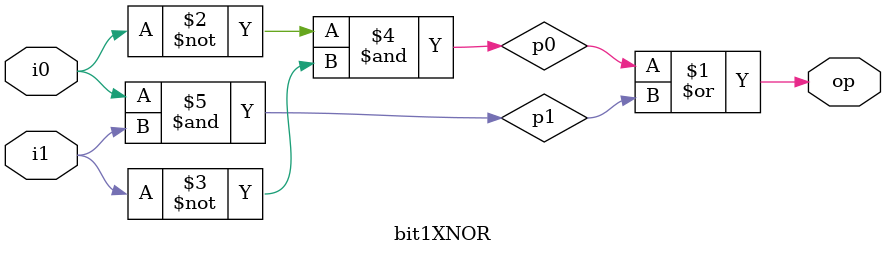
<source format=v>
module bit1XNOR
   // I/O ports
   (
    input wire i0, i1,
    output wire op
   );

   // signal declaration
   wire p0, p1;

   // body
   // sum of two product terms
   assign op = p0 | p1;
   // product terms
   assign p0 = ~i0 & ~i1;
   assign p1 = i0 & i1;

endmodule
</source>
